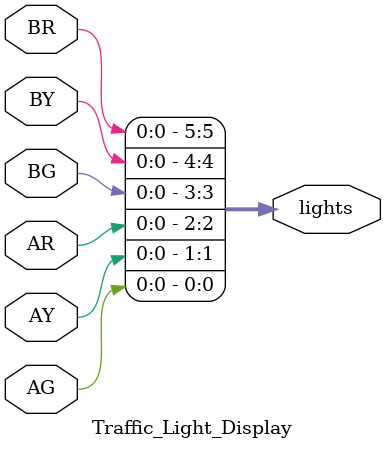
<source format=v>
module Traffic_Light_Display(
    input wire AG,
    input wire AY,
    input wire AR,
    input wire BG,
    input wire BY,
    input wire BR,
    output reg [5:0] lights
);
    always @(*) begin
        lights = {BR, BY, BG, AR, AY, AG};
    end
endmodule

</source>
